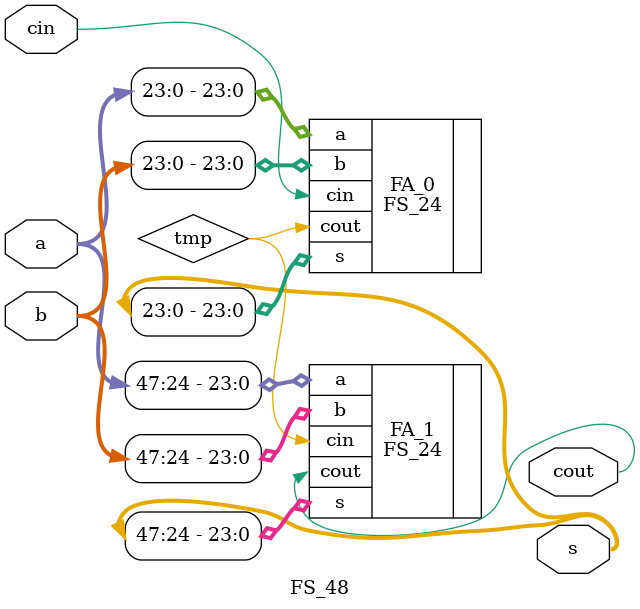
<source format=sv>
module FS_48 (
	a,
	b,
	cin,
	s,
	cout
);
parameter DATA_WIDTH = 48;

input [DATA_WIDTH - 1: 0]a;
input [DATA_WIDTH - 1: 0]b;
input cin;
output [DATA_WIDTH -1 :0]s;
output cout;

logic tmp;

FS_24 FA_0(.a(a[23:0]), .b (b[23:0]), .cin(cin),       .s(s[23:0]), .cout(tmp));
FS_24 FA_1(.a(a[47:24]), .b (b[47:24]), .cin(tmp),    .s(s[47:24]), .cout(cout));


endmodule
</source>
